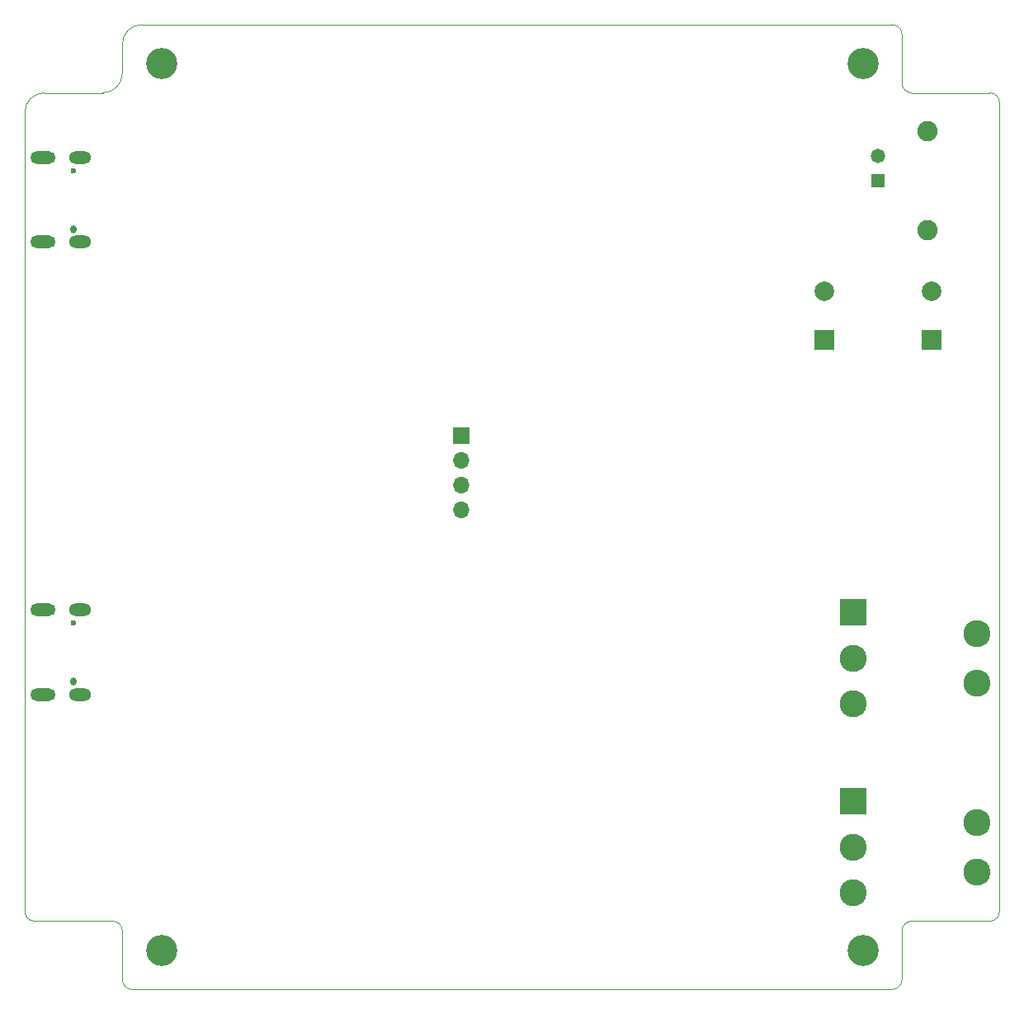
<source format=gbr>
%TF.GenerationSoftware,KiCad,Pcbnew,(6.0.4)*%
%TF.CreationDate,2023-03-28T21:24:44-04:00*%
%TF.ProjectId,PD_HV,50445f48-562e-46b6-9963-61645f706362,rev?*%
%TF.SameCoordinates,Original*%
%TF.FileFunction,Soldermask,Bot*%
%TF.FilePolarity,Negative*%
%FSLAX46Y46*%
G04 Gerber Fmt 4.6, Leading zero omitted, Abs format (unit mm)*
G04 Created by KiCad (PCBNEW (6.0.4)) date 2023-03-28 21:24:44*
%MOMM*%
%LPD*%
G01*
G04 APERTURE LIST*
%TA.AperFunction,Profile*%
%ADD10C,0.100000*%
%TD*%
%ADD11R,1.700000X1.700000*%
%ADD12O,1.700000X1.700000*%
%ADD13C,3.200000*%
%ADD14R,2.000000X2.000000*%
%ADD15C,2.000000*%
%ADD16R,2.775000X2.775000*%
%ADD17C,2.775000*%
%ADD18C,2.090000*%
%ADD19R,1.478000X1.478000*%
%ADD20C,1.478000*%
%ADD21O,0.600000X0.850000*%
%ADD22C,0.600000*%
%ADD23O,2.600000X1.300000*%
%ADD24O,2.300000X1.300000*%
G04 APERTURE END LIST*
D10*
X75000000Y-129000000D02*
X83000000Y-129000000D01*
X84000000Y-135000000D02*
G75*
G03*
X85000000Y-136000000I1000000J0D01*
G01*
X165000000Y-129000000D02*
G75*
G03*
X164000000Y-130000000I0J-1000000D01*
G01*
X164000000Y-43000000D02*
X164000000Y-38000000D01*
X76000000Y-44000000D02*
G75*
G03*
X74000000Y-46000000I0J-2000000D01*
G01*
X164000000Y-135000000D02*
X164000000Y-130000000D01*
X82000000Y-44000000D02*
G75*
G03*
X84000000Y-42000000I0J2000000D01*
G01*
X84000000Y-130000000D02*
G75*
G03*
X83000000Y-129000000I-1000000J0D01*
G01*
X164000000Y-43000000D02*
G75*
G03*
X165000000Y-44000000I1000000J0D01*
G01*
X163000000Y-37000000D02*
X86000000Y-37000000D01*
X84000000Y-130000000D02*
X84000000Y-135000000D01*
X173000000Y-44000000D02*
X165000000Y-44000000D01*
X86000000Y-37000000D02*
G75*
G03*
X84000000Y-39000000I0J-2000000D01*
G01*
X163000000Y-136000000D02*
G75*
G03*
X164000000Y-135000000I0J1000000D01*
G01*
X173000000Y-129000000D02*
G75*
G03*
X174000000Y-128000000I0J1000000D01*
G01*
X174000000Y-128000000D02*
X174000000Y-45000000D01*
X84000000Y-39000000D02*
X84000000Y-42000000D01*
X85000000Y-136000000D02*
X163000000Y-136000000D01*
X82000000Y-44000000D02*
X76000000Y-44000000D01*
X74000000Y-128000000D02*
G75*
G03*
X75000000Y-129000000I1000000J0D01*
G01*
X174000000Y-45000000D02*
G75*
G03*
X173000000Y-44000000I-1000000J0D01*
G01*
X74000000Y-46000000D02*
X74000000Y-128000000D01*
X165000000Y-129000000D02*
X173000000Y-129000000D01*
X164000000Y-38000000D02*
G75*
G03*
X163000000Y-37000000I-1000000J0D01*
G01*
D11*
%TO.C,J4*%
X118750000Y-79200000D03*
D12*
X118750000Y-81740000D03*
X118750000Y-84280000D03*
X118750000Y-86820000D03*
%TD*%
D13*
%TO.C,H4*%
X88000000Y-132000000D03*
%TD*%
D14*
%TO.C,C6*%
X156000000Y-69367677D03*
D15*
X156000000Y-64367677D03*
%TD*%
D14*
%TO.C,C35*%
X167000000Y-69367677D03*
D15*
X167000000Y-64367677D03*
%TD*%
D16*
%TO.C,SW5*%
X159000000Y-116720000D03*
D17*
X159000000Y-121420000D03*
X159000000Y-126120000D03*
X171700000Y-118880000D03*
X171700000Y-123960000D03*
%TD*%
D18*
%TO.C,J3*%
X166600000Y-47920000D03*
X166600000Y-58080000D03*
D19*
X161520000Y-53000000D03*
D20*
X161520000Y-50460000D03*
%TD*%
D21*
%TO.C,J1*%
X78950000Y-58000000D03*
D22*
X78950000Y-52000000D03*
D23*
X75850000Y-50680000D03*
D24*
X79675000Y-59320000D03*
D23*
X75850000Y-59320000D03*
D24*
X79675000Y-50680000D03*
%TD*%
D13*
%TO.C,H1*%
X88000000Y-41000000D03*
%TD*%
D21*
%TO.C,J2*%
X78950000Y-104400000D03*
D22*
X78950000Y-98400000D03*
D24*
X79675000Y-105720000D03*
D23*
X75850000Y-97080000D03*
D24*
X79675000Y-97080000D03*
D23*
X75850000Y-105720000D03*
%TD*%
D13*
%TO.C,H2*%
X160000000Y-41000000D03*
%TD*%
D16*
%TO.C,SW4*%
X159000000Y-97300000D03*
D17*
X159000000Y-102000000D03*
X159000000Y-106700000D03*
X171700000Y-99460000D03*
X171700000Y-104540000D03*
%TD*%
D13*
%TO.C,H3*%
X160000000Y-132000000D03*
%TD*%
M02*

</source>
